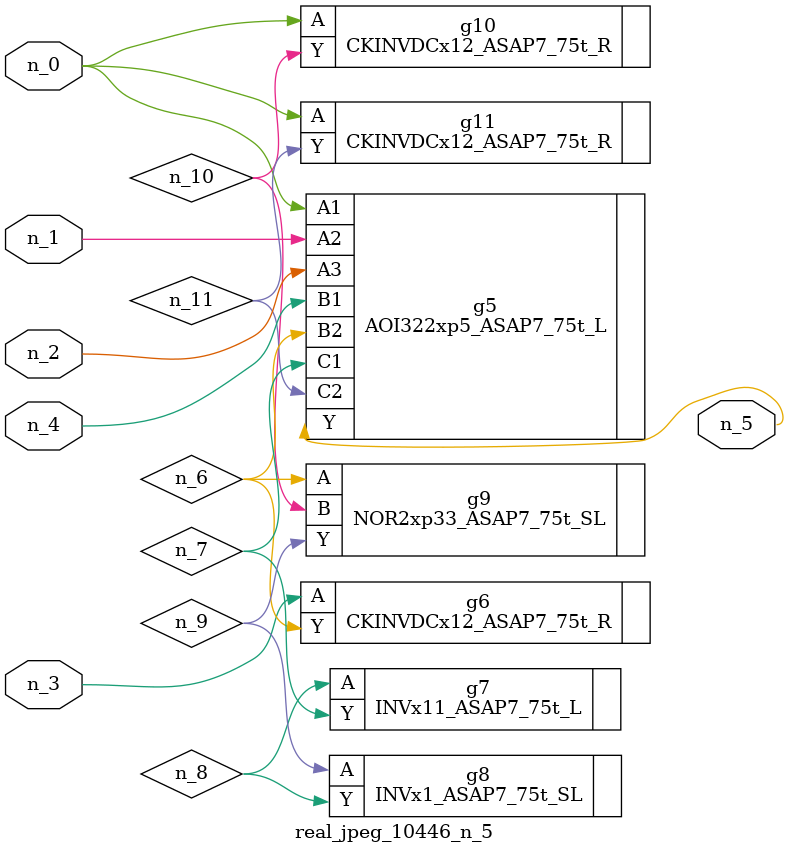
<source format=v>
module real_jpeg_10446_n_5 (n_4, n_0, n_1, n_2, n_3, n_5);

input n_4;
input n_0;
input n_1;
input n_2;
input n_3;

output n_5;

wire n_8;
wire n_11;
wire n_6;
wire n_7;
wire n_10;
wire n_9;

AOI322xp5_ASAP7_75t_L g5 ( 
.A1(n_0),
.A2(n_1),
.A3(n_2),
.B1(n_4),
.B2(n_6),
.C1(n_7),
.C2(n_11),
.Y(n_5)
);

CKINVDCx12_ASAP7_75t_R g10 ( 
.A(n_0),
.Y(n_10)
);

CKINVDCx12_ASAP7_75t_R g11 ( 
.A(n_0),
.Y(n_11)
);

CKINVDCx12_ASAP7_75t_R g6 ( 
.A(n_3),
.Y(n_6)
);

NOR2xp33_ASAP7_75t_SL g9 ( 
.A(n_6),
.B(n_10),
.Y(n_9)
);

INVx11_ASAP7_75t_L g7 ( 
.A(n_8),
.Y(n_7)
);

INVx1_ASAP7_75t_SL g8 ( 
.A(n_9),
.Y(n_8)
);


endmodule
</source>
